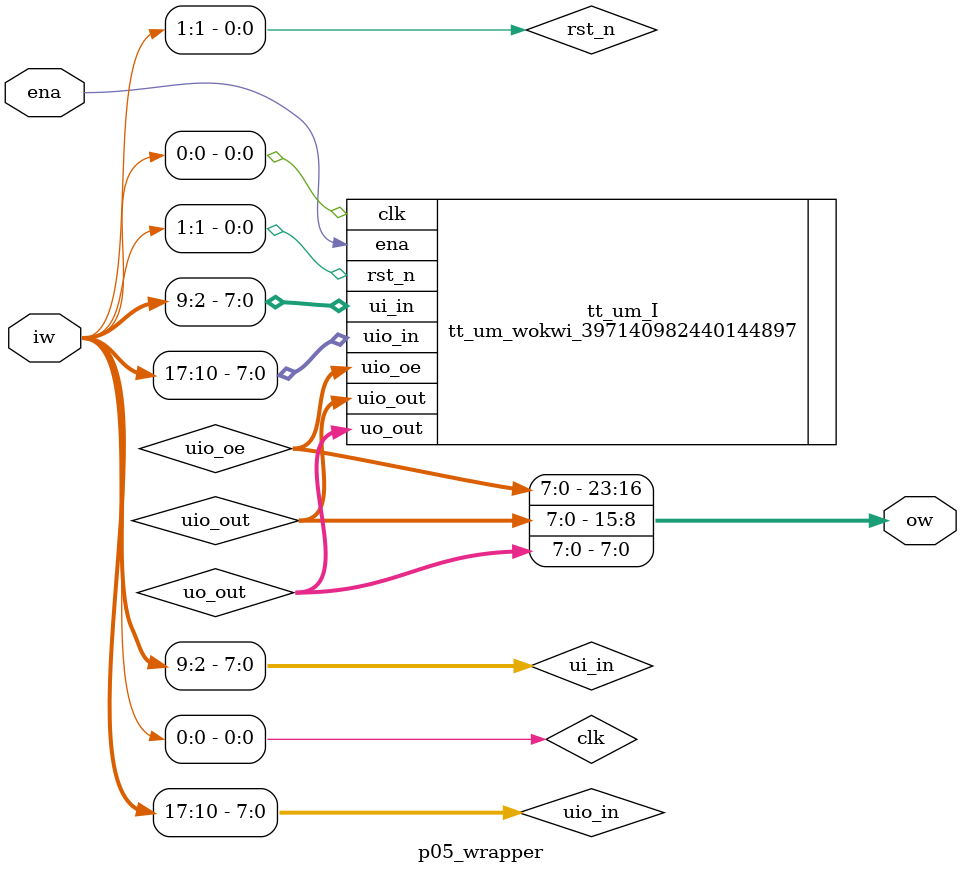
<source format=v>
`default_nettype none

module p05_wrapper (
  input wire ena,
  input wire [17:0] iw,
  output wire [23:0] ow
);

wire [7:0] uio_in;
wire [7:0] uio_out;
wire [7:0] uio_oe;
wire [7:0] uo_out;
wire [7:0] ui_in;
wire clk;
wire rst_n;

assign { uio_in, ui_in, rst_n, clk } = iw;
assign ow = { uio_oe, uio_out, uo_out };

tt_um_wokwi_397140982440144897 tt_um_I (
  .uio_in  (uio_in),
  .uio_out (uio_out),
  .uio_oe  (uio_oe),
  .uo_out  (uo_out),
  .ui_in   (ui_in),
  .ena     (ena),
  .clk     (clk),
  .rst_n   (rst_n)
);

endmodule

</source>
